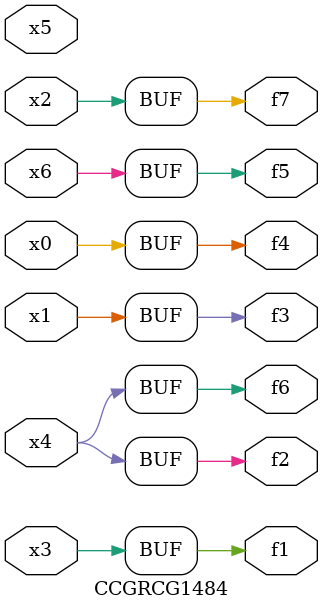
<source format=v>
module CCGRCG1484(
	input x0, x1, x2, x3, x4, x5, x6,
	output f1, f2, f3, f4, f5, f6, f7
);
	assign f1 = x3;
	assign f2 = x4;
	assign f3 = x1;
	assign f4 = x0;
	assign f5 = x6;
	assign f6 = x4;
	assign f7 = x2;
endmodule

</source>
